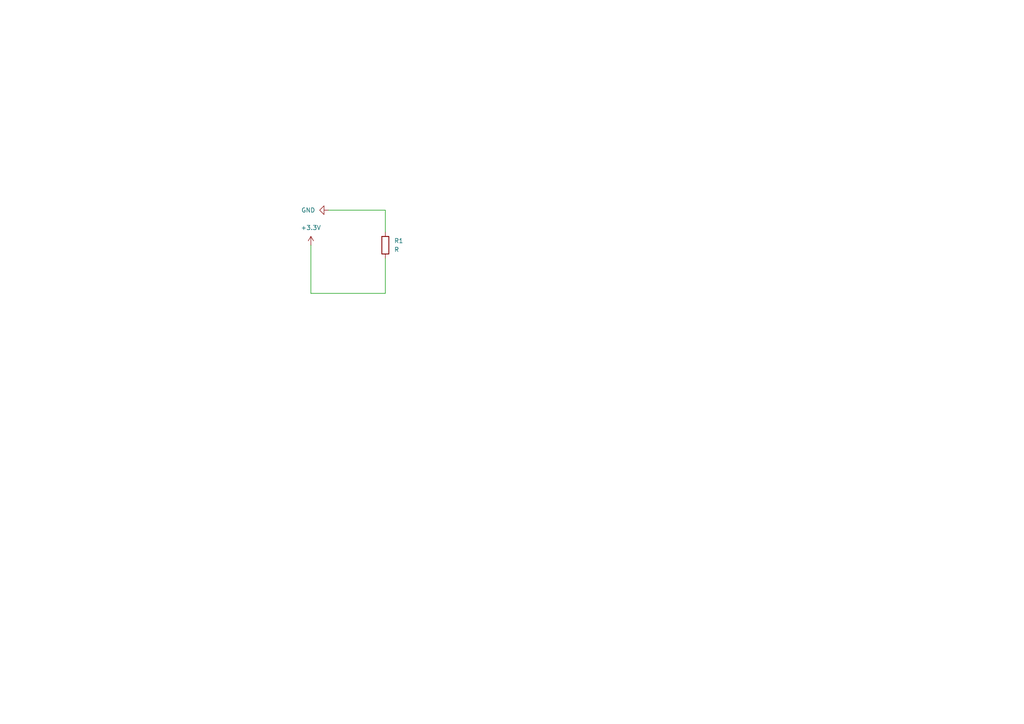
<source format=kicad_sch>
(kicad_sch (version 20231120) (generator "eeschema") (generator_version "8.0")
  (paper "A4")
  (lib_symbols
    (symbol "Device:R" (pin_numbers hide) (pin_names (offset 0))
      (property "Reference" "R" (at 2.032 0 90))
      (property "Value" "R" (at 0 0 90))
      (symbol "R_0_1"
        (rectangle (start -1.016 -2.54) (end 1.016 2.54) (stroke (width 0.254)))
      )
      (symbol "R_1_1"
        (pin passive line (at 0 3.81 270) (length 1.27) (name "~") (number "1"))
        (pin passive line (at 0 -3.81 90) (length 1.27) (name "~") (number "2"))
      )
    )
    (symbol "power:+3.3V" (power) (pin_numbers hide) (pin_names (offset 0) hide)
      (property "Value" "+3.3V" (at 0 3.556 0))
      (symbol "+3.3V_0_1"
        (polyline (pts (xy -0.762 1.27) (xy 0 2.54)))
        (polyline (pts (xy 0 0) (xy 0 2.54)))
        (polyline (pts (xy 0 2.54) (xy 0.762 1.27)))
      )
      (symbol "+3.3V_1_1"
        (pin power_in line (at 0 0 90) (length 0) (name "~") (number "1"))
      )
    )
    (symbol "power:GND" (power) (pin_numbers hide) (pin_names (offset 0) hide)
      (property "Value" "GND" (at 0 -3.81 0))
      (symbol "GND_0_1"
        (polyline (pts (xy 0 0) (xy 0 -1.27) (xy 1.27 -1.27) (xy 0 -2.54) (xy -1.27 -1.27) (xy 0 -1.27)))
      )
      (symbol "GND_1_1"
        (pin power_in line (at 0 0 270) (length 0) (name "~") (number "1"))
      )
    )
  )
  (wire (pts (xy 111.76 67.31) (xy 111.76 60.96)))
  (wire (pts (xy 111.76 60.96) (xy 95.25 60.96)))
  (wire (pts (xy 90.17 85.09) (xy 111.76 85.09)))
  (wire (pts (xy 111.76 85.09) (xy 111.76 74.93)))
  (wire (pts (xy 90.17 71.12) (xy 90.17 85.09)))
  (symbol (lib_id "power:GND") (at 95.25 60.96 270) (unit 1)
    (property "Reference" "#PWR02" (effects (hide yes)))
    (property "Value" "GND" (at 91.44 60.9599 90) (effects (justify right)))
    (property "Description" "Power symbol creates a global label with name \"GND\" , ground" (effects (hide yes)))
  )
  (symbol (lib_id "power:+3.3V") (at 90.17 71.12 0) (unit 1)
    (property "Reference" "#PWR01" (effects (hide yes)))
    (property "Value" "+3.3V" (at 90.17 66.04 0))
    (property "Description" "Power symbol creates a global label with name \"+3.3V\"" (effects (hide yes)))
  )
  (symbol (lib_id "Device:R") (at 111.76 71.12 0) (unit 1)
    (property "Reference" "R1" (at 114.3 69.8499 0) (effects (justify left)))
    (property "Value" "R" (at 114.3 72.3899 0) (effects (justify left)))
    (property "Description" "Resistor" (effects (hide yes)))
  )
)
</source>
